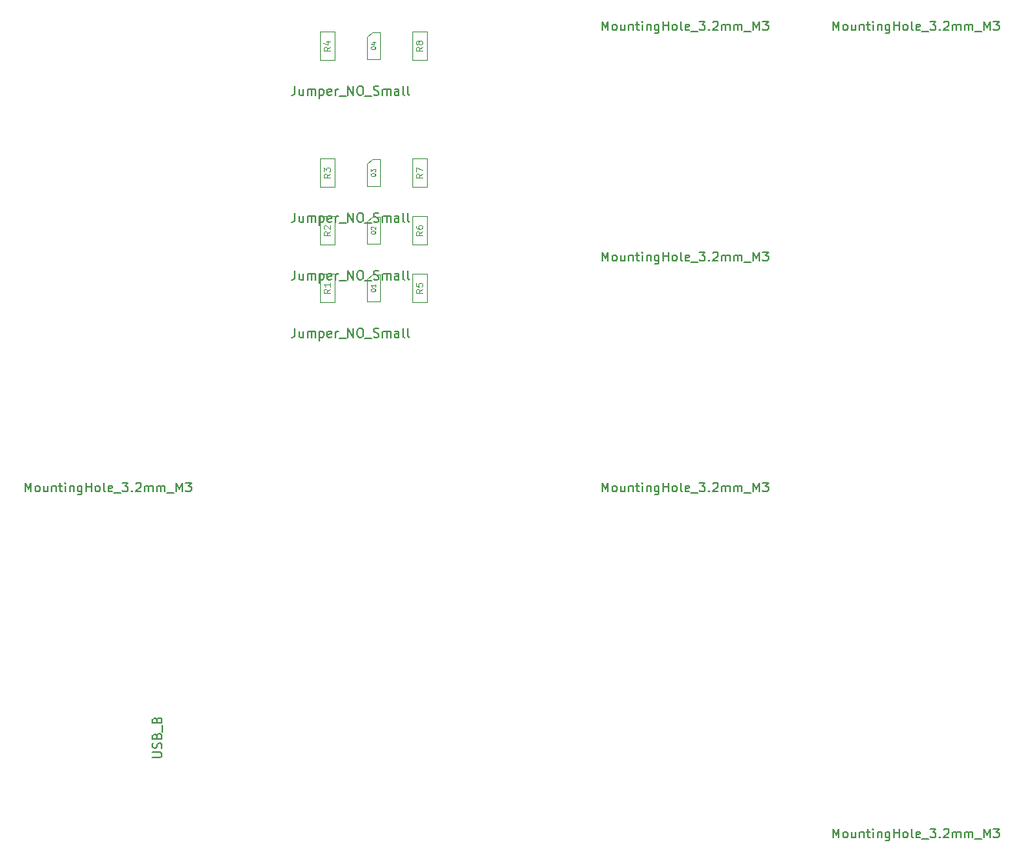
<source format=gbr>
G04 #@! TF.FileFunction,Other,Fab,Top*
%FSLAX46Y46*%
G04 Gerber Fmt 4.6, Leading zero omitted, Abs format (unit mm)*
G04 Created by KiCad (PCBNEW 4.0.4-stable) date 01/08/18 17:18:12*
%MOMM*%
%LPD*%
G01*
G04 APERTURE LIST*
%ADD10C,0.250000*%
%ADD11C,0.100000*%
%ADD12C,0.150000*%
%ADD13C,0.075000*%
%ADD14C,0.105000*%
G04 APERTURE END LIST*
D10*
D11*
X107250000Y-100650000D02*
X107250000Y-103100000D01*
X107800000Y-100080000D02*
X108650000Y-100080000D01*
X107250000Y-100650000D02*
X107800000Y-100080000D01*
X108650000Y-100080000D02*
X108650000Y-103120000D01*
X107250000Y-103120000D02*
X108650000Y-103120000D01*
X107250000Y-94300000D02*
X107250000Y-96750000D01*
X107800000Y-93730000D02*
X108650000Y-93730000D01*
X107250000Y-94300000D02*
X107800000Y-93730000D01*
X108650000Y-93730000D02*
X108650000Y-96770000D01*
X107250000Y-96770000D02*
X108650000Y-96770000D01*
X107250000Y-87950000D02*
X107250000Y-90400000D01*
X107800000Y-87380000D02*
X108650000Y-87380000D01*
X107250000Y-87950000D02*
X107800000Y-87380000D01*
X108650000Y-87380000D02*
X108650000Y-90420000D01*
X107250000Y-90420000D02*
X108650000Y-90420000D01*
X107250000Y-73980000D02*
X107250000Y-76430000D01*
X107800000Y-73410000D02*
X108650000Y-73410000D01*
X107250000Y-73980000D02*
X107800000Y-73410000D01*
X108650000Y-73410000D02*
X108650000Y-76450000D01*
X107250000Y-76450000D02*
X108650000Y-76450000D01*
X102070000Y-100000000D02*
X103670000Y-100000000D01*
X102070000Y-103200000D02*
X102070000Y-100000000D01*
X103670000Y-103200000D02*
X102070000Y-103200000D01*
X103670000Y-100000000D02*
X103670000Y-103200000D01*
X102070000Y-93650000D02*
X103670000Y-93650000D01*
X102070000Y-96850000D02*
X102070000Y-93650000D01*
X103670000Y-96850000D02*
X102070000Y-96850000D01*
X103670000Y-93650000D02*
X103670000Y-96850000D01*
X102070000Y-87300000D02*
X103670000Y-87300000D01*
X102070000Y-90500000D02*
X102070000Y-87300000D01*
X103670000Y-90500000D02*
X102070000Y-90500000D01*
X103670000Y-87300000D02*
X103670000Y-90500000D01*
X102070000Y-73330000D02*
X103670000Y-73330000D01*
X102070000Y-76530000D02*
X102070000Y-73330000D01*
X103670000Y-76530000D02*
X102070000Y-76530000D01*
X103670000Y-73330000D02*
X103670000Y-76530000D01*
X112230000Y-100000000D02*
X113830000Y-100000000D01*
X112230000Y-103200000D02*
X112230000Y-100000000D01*
X113830000Y-103200000D02*
X112230000Y-103200000D01*
X113830000Y-100000000D02*
X113830000Y-103200000D01*
X112230000Y-93650000D02*
X113830000Y-93650000D01*
X112230000Y-96850000D02*
X112230000Y-93650000D01*
X113830000Y-96850000D02*
X112230000Y-96850000D01*
X113830000Y-93650000D02*
X113830000Y-96850000D01*
X112230000Y-87300000D02*
X113830000Y-87300000D01*
X112230000Y-90500000D02*
X112230000Y-87300000D01*
X113830000Y-90500000D02*
X112230000Y-90500000D01*
X113830000Y-87300000D02*
X113830000Y-90500000D01*
X112230000Y-73330000D02*
X113830000Y-73330000D01*
X112230000Y-76530000D02*
X112230000Y-73330000D01*
X113830000Y-76530000D02*
X112230000Y-76530000D01*
X113830000Y-73330000D02*
X113830000Y-76530000D01*
D12*
X69620952Y-124032381D02*
X69620952Y-123032381D01*
X69954286Y-123746667D01*
X70287619Y-123032381D01*
X70287619Y-124032381D01*
X70906666Y-124032381D02*
X70811428Y-123984762D01*
X70763809Y-123937143D01*
X70716190Y-123841905D01*
X70716190Y-123556190D01*
X70763809Y-123460952D01*
X70811428Y-123413333D01*
X70906666Y-123365714D01*
X71049524Y-123365714D01*
X71144762Y-123413333D01*
X71192381Y-123460952D01*
X71240000Y-123556190D01*
X71240000Y-123841905D01*
X71192381Y-123937143D01*
X71144762Y-123984762D01*
X71049524Y-124032381D01*
X70906666Y-124032381D01*
X72097143Y-123365714D02*
X72097143Y-124032381D01*
X71668571Y-123365714D02*
X71668571Y-123889524D01*
X71716190Y-123984762D01*
X71811428Y-124032381D01*
X71954286Y-124032381D01*
X72049524Y-123984762D01*
X72097143Y-123937143D01*
X72573333Y-123365714D02*
X72573333Y-124032381D01*
X72573333Y-123460952D02*
X72620952Y-123413333D01*
X72716190Y-123365714D01*
X72859048Y-123365714D01*
X72954286Y-123413333D01*
X73001905Y-123508571D01*
X73001905Y-124032381D01*
X73335238Y-123365714D02*
X73716190Y-123365714D01*
X73478095Y-123032381D02*
X73478095Y-123889524D01*
X73525714Y-123984762D01*
X73620952Y-124032381D01*
X73716190Y-124032381D01*
X74049524Y-124032381D02*
X74049524Y-123365714D01*
X74049524Y-123032381D02*
X74001905Y-123080000D01*
X74049524Y-123127619D01*
X74097143Y-123080000D01*
X74049524Y-123032381D01*
X74049524Y-123127619D01*
X74525714Y-123365714D02*
X74525714Y-124032381D01*
X74525714Y-123460952D02*
X74573333Y-123413333D01*
X74668571Y-123365714D01*
X74811429Y-123365714D01*
X74906667Y-123413333D01*
X74954286Y-123508571D01*
X74954286Y-124032381D01*
X75859048Y-123365714D02*
X75859048Y-124175238D01*
X75811429Y-124270476D01*
X75763810Y-124318095D01*
X75668571Y-124365714D01*
X75525714Y-124365714D01*
X75430476Y-124318095D01*
X75859048Y-123984762D02*
X75763810Y-124032381D01*
X75573333Y-124032381D01*
X75478095Y-123984762D01*
X75430476Y-123937143D01*
X75382857Y-123841905D01*
X75382857Y-123556190D01*
X75430476Y-123460952D01*
X75478095Y-123413333D01*
X75573333Y-123365714D01*
X75763810Y-123365714D01*
X75859048Y-123413333D01*
X76335238Y-124032381D02*
X76335238Y-123032381D01*
X76335238Y-123508571D02*
X76906667Y-123508571D01*
X76906667Y-124032381D02*
X76906667Y-123032381D01*
X77525714Y-124032381D02*
X77430476Y-123984762D01*
X77382857Y-123937143D01*
X77335238Y-123841905D01*
X77335238Y-123556190D01*
X77382857Y-123460952D01*
X77430476Y-123413333D01*
X77525714Y-123365714D01*
X77668572Y-123365714D01*
X77763810Y-123413333D01*
X77811429Y-123460952D01*
X77859048Y-123556190D01*
X77859048Y-123841905D01*
X77811429Y-123937143D01*
X77763810Y-123984762D01*
X77668572Y-124032381D01*
X77525714Y-124032381D01*
X78430476Y-124032381D02*
X78335238Y-123984762D01*
X78287619Y-123889524D01*
X78287619Y-123032381D01*
X79192382Y-123984762D02*
X79097144Y-124032381D01*
X78906667Y-124032381D01*
X78811429Y-123984762D01*
X78763810Y-123889524D01*
X78763810Y-123508571D01*
X78811429Y-123413333D01*
X78906667Y-123365714D01*
X79097144Y-123365714D01*
X79192382Y-123413333D01*
X79240001Y-123508571D01*
X79240001Y-123603810D01*
X78763810Y-123699048D01*
X79430477Y-124127619D02*
X80192382Y-124127619D01*
X80335239Y-123032381D02*
X80954287Y-123032381D01*
X80620953Y-123413333D01*
X80763811Y-123413333D01*
X80859049Y-123460952D01*
X80906668Y-123508571D01*
X80954287Y-123603810D01*
X80954287Y-123841905D01*
X80906668Y-123937143D01*
X80859049Y-123984762D01*
X80763811Y-124032381D01*
X80478096Y-124032381D01*
X80382858Y-123984762D01*
X80335239Y-123937143D01*
X81382858Y-123937143D02*
X81430477Y-123984762D01*
X81382858Y-124032381D01*
X81335239Y-123984762D01*
X81382858Y-123937143D01*
X81382858Y-124032381D01*
X81811429Y-123127619D02*
X81859048Y-123080000D01*
X81954286Y-123032381D01*
X82192382Y-123032381D01*
X82287620Y-123080000D01*
X82335239Y-123127619D01*
X82382858Y-123222857D01*
X82382858Y-123318095D01*
X82335239Y-123460952D01*
X81763810Y-124032381D01*
X82382858Y-124032381D01*
X82811429Y-124032381D02*
X82811429Y-123365714D01*
X82811429Y-123460952D02*
X82859048Y-123413333D01*
X82954286Y-123365714D01*
X83097144Y-123365714D01*
X83192382Y-123413333D01*
X83240001Y-123508571D01*
X83240001Y-124032381D01*
X83240001Y-123508571D02*
X83287620Y-123413333D01*
X83382858Y-123365714D01*
X83525715Y-123365714D01*
X83620953Y-123413333D01*
X83668572Y-123508571D01*
X83668572Y-124032381D01*
X84144762Y-124032381D02*
X84144762Y-123365714D01*
X84144762Y-123460952D02*
X84192381Y-123413333D01*
X84287619Y-123365714D01*
X84430477Y-123365714D01*
X84525715Y-123413333D01*
X84573334Y-123508571D01*
X84573334Y-124032381D01*
X84573334Y-123508571D02*
X84620953Y-123413333D01*
X84716191Y-123365714D01*
X84859048Y-123365714D01*
X84954286Y-123413333D01*
X85001905Y-123508571D01*
X85001905Y-124032381D01*
X85240000Y-124127619D02*
X86001905Y-124127619D01*
X86240000Y-124032381D02*
X86240000Y-123032381D01*
X86573334Y-123746667D01*
X86906667Y-123032381D01*
X86906667Y-124032381D01*
X87287619Y-123032381D02*
X87906667Y-123032381D01*
X87573333Y-123413333D01*
X87716191Y-123413333D01*
X87811429Y-123460952D01*
X87859048Y-123508571D01*
X87906667Y-123603810D01*
X87906667Y-123841905D01*
X87859048Y-123937143D01*
X87811429Y-123984762D01*
X87716191Y-124032381D01*
X87430476Y-124032381D01*
X87335238Y-123984762D01*
X87287619Y-123937143D01*
X133120952Y-124032381D02*
X133120952Y-123032381D01*
X133454286Y-123746667D01*
X133787619Y-123032381D01*
X133787619Y-124032381D01*
X134406666Y-124032381D02*
X134311428Y-123984762D01*
X134263809Y-123937143D01*
X134216190Y-123841905D01*
X134216190Y-123556190D01*
X134263809Y-123460952D01*
X134311428Y-123413333D01*
X134406666Y-123365714D01*
X134549524Y-123365714D01*
X134644762Y-123413333D01*
X134692381Y-123460952D01*
X134740000Y-123556190D01*
X134740000Y-123841905D01*
X134692381Y-123937143D01*
X134644762Y-123984762D01*
X134549524Y-124032381D01*
X134406666Y-124032381D01*
X135597143Y-123365714D02*
X135597143Y-124032381D01*
X135168571Y-123365714D02*
X135168571Y-123889524D01*
X135216190Y-123984762D01*
X135311428Y-124032381D01*
X135454286Y-124032381D01*
X135549524Y-123984762D01*
X135597143Y-123937143D01*
X136073333Y-123365714D02*
X136073333Y-124032381D01*
X136073333Y-123460952D02*
X136120952Y-123413333D01*
X136216190Y-123365714D01*
X136359048Y-123365714D01*
X136454286Y-123413333D01*
X136501905Y-123508571D01*
X136501905Y-124032381D01*
X136835238Y-123365714D02*
X137216190Y-123365714D01*
X136978095Y-123032381D02*
X136978095Y-123889524D01*
X137025714Y-123984762D01*
X137120952Y-124032381D01*
X137216190Y-124032381D01*
X137549524Y-124032381D02*
X137549524Y-123365714D01*
X137549524Y-123032381D02*
X137501905Y-123080000D01*
X137549524Y-123127619D01*
X137597143Y-123080000D01*
X137549524Y-123032381D01*
X137549524Y-123127619D01*
X138025714Y-123365714D02*
X138025714Y-124032381D01*
X138025714Y-123460952D02*
X138073333Y-123413333D01*
X138168571Y-123365714D01*
X138311429Y-123365714D01*
X138406667Y-123413333D01*
X138454286Y-123508571D01*
X138454286Y-124032381D01*
X139359048Y-123365714D02*
X139359048Y-124175238D01*
X139311429Y-124270476D01*
X139263810Y-124318095D01*
X139168571Y-124365714D01*
X139025714Y-124365714D01*
X138930476Y-124318095D01*
X139359048Y-123984762D02*
X139263810Y-124032381D01*
X139073333Y-124032381D01*
X138978095Y-123984762D01*
X138930476Y-123937143D01*
X138882857Y-123841905D01*
X138882857Y-123556190D01*
X138930476Y-123460952D01*
X138978095Y-123413333D01*
X139073333Y-123365714D01*
X139263810Y-123365714D01*
X139359048Y-123413333D01*
X139835238Y-124032381D02*
X139835238Y-123032381D01*
X139835238Y-123508571D02*
X140406667Y-123508571D01*
X140406667Y-124032381D02*
X140406667Y-123032381D01*
X141025714Y-124032381D02*
X140930476Y-123984762D01*
X140882857Y-123937143D01*
X140835238Y-123841905D01*
X140835238Y-123556190D01*
X140882857Y-123460952D01*
X140930476Y-123413333D01*
X141025714Y-123365714D01*
X141168572Y-123365714D01*
X141263810Y-123413333D01*
X141311429Y-123460952D01*
X141359048Y-123556190D01*
X141359048Y-123841905D01*
X141311429Y-123937143D01*
X141263810Y-123984762D01*
X141168572Y-124032381D01*
X141025714Y-124032381D01*
X141930476Y-124032381D02*
X141835238Y-123984762D01*
X141787619Y-123889524D01*
X141787619Y-123032381D01*
X142692382Y-123984762D02*
X142597144Y-124032381D01*
X142406667Y-124032381D01*
X142311429Y-123984762D01*
X142263810Y-123889524D01*
X142263810Y-123508571D01*
X142311429Y-123413333D01*
X142406667Y-123365714D01*
X142597144Y-123365714D01*
X142692382Y-123413333D01*
X142740001Y-123508571D01*
X142740001Y-123603810D01*
X142263810Y-123699048D01*
X142930477Y-124127619D02*
X143692382Y-124127619D01*
X143835239Y-123032381D02*
X144454287Y-123032381D01*
X144120953Y-123413333D01*
X144263811Y-123413333D01*
X144359049Y-123460952D01*
X144406668Y-123508571D01*
X144454287Y-123603810D01*
X144454287Y-123841905D01*
X144406668Y-123937143D01*
X144359049Y-123984762D01*
X144263811Y-124032381D01*
X143978096Y-124032381D01*
X143882858Y-123984762D01*
X143835239Y-123937143D01*
X144882858Y-123937143D02*
X144930477Y-123984762D01*
X144882858Y-124032381D01*
X144835239Y-123984762D01*
X144882858Y-123937143D01*
X144882858Y-124032381D01*
X145311429Y-123127619D02*
X145359048Y-123080000D01*
X145454286Y-123032381D01*
X145692382Y-123032381D01*
X145787620Y-123080000D01*
X145835239Y-123127619D01*
X145882858Y-123222857D01*
X145882858Y-123318095D01*
X145835239Y-123460952D01*
X145263810Y-124032381D01*
X145882858Y-124032381D01*
X146311429Y-124032381D02*
X146311429Y-123365714D01*
X146311429Y-123460952D02*
X146359048Y-123413333D01*
X146454286Y-123365714D01*
X146597144Y-123365714D01*
X146692382Y-123413333D01*
X146740001Y-123508571D01*
X146740001Y-124032381D01*
X146740001Y-123508571D02*
X146787620Y-123413333D01*
X146882858Y-123365714D01*
X147025715Y-123365714D01*
X147120953Y-123413333D01*
X147168572Y-123508571D01*
X147168572Y-124032381D01*
X147644762Y-124032381D02*
X147644762Y-123365714D01*
X147644762Y-123460952D02*
X147692381Y-123413333D01*
X147787619Y-123365714D01*
X147930477Y-123365714D01*
X148025715Y-123413333D01*
X148073334Y-123508571D01*
X148073334Y-124032381D01*
X148073334Y-123508571D02*
X148120953Y-123413333D01*
X148216191Y-123365714D01*
X148359048Y-123365714D01*
X148454286Y-123413333D01*
X148501905Y-123508571D01*
X148501905Y-124032381D01*
X148740000Y-124127619D02*
X149501905Y-124127619D01*
X149740000Y-124032381D02*
X149740000Y-123032381D01*
X150073334Y-123746667D01*
X150406667Y-123032381D01*
X150406667Y-124032381D01*
X150787619Y-123032381D02*
X151406667Y-123032381D01*
X151073333Y-123413333D01*
X151216191Y-123413333D01*
X151311429Y-123460952D01*
X151359048Y-123508571D01*
X151406667Y-123603810D01*
X151406667Y-123841905D01*
X151359048Y-123937143D01*
X151311429Y-123984762D01*
X151216191Y-124032381D01*
X150930476Y-124032381D01*
X150835238Y-123984762D01*
X150787619Y-123937143D01*
X133120952Y-98632381D02*
X133120952Y-97632381D01*
X133454286Y-98346667D01*
X133787619Y-97632381D01*
X133787619Y-98632381D01*
X134406666Y-98632381D02*
X134311428Y-98584762D01*
X134263809Y-98537143D01*
X134216190Y-98441905D01*
X134216190Y-98156190D01*
X134263809Y-98060952D01*
X134311428Y-98013333D01*
X134406666Y-97965714D01*
X134549524Y-97965714D01*
X134644762Y-98013333D01*
X134692381Y-98060952D01*
X134740000Y-98156190D01*
X134740000Y-98441905D01*
X134692381Y-98537143D01*
X134644762Y-98584762D01*
X134549524Y-98632381D01*
X134406666Y-98632381D01*
X135597143Y-97965714D02*
X135597143Y-98632381D01*
X135168571Y-97965714D02*
X135168571Y-98489524D01*
X135216190Y-98584762D01*
X135311428Y-98632381D01*
X135454286Y-98632381D01*
X135549524Y-98584762D01*
X135597143Y-98537143D01*
X136073333Y-97965714D02*
X136073333Y-98632381D01*
X136073333Y-98060952D02*
X136120952Y-98013333D01*
X136216190Y-97965714D01*
X136359048Y-97965714D01*
X136454286Y-98013333D01*
X136501905Y-98108571D01*
X136501905Y-98632381D01*
X136835238Y-97965714D02*
X137216190Y-97965714D01*
X136978095Y-97632381D02*
X136978095Y-98489524D01*
X137025714Y-98584762D01*
X137120952Y-98632381D01*
X137216190Y-98632381D01*
X137549524Y-98632381D02*
X137549524Y-97965714D01*
X137549524Y-97632381D02*
X137501905Y-97680000D01*
X137549524Y-97727619D01*
X137597143Y-97680000D01*
X137549524Y-97632381D01*
X137549524Y-97727619D01*
X138025714Y-97965714D02*
X138025714Y-98632381D01*
X138025714Y-98060952D02*
X138073333Y-98013333D01*
X138168571Y-97965714D01*
X138311429Y-97965714D01*
X138406667Y-98013333D01*
X138454286Y-98108571D01*
X138454286Y-98632381D01*
X139359048Y-97965714D02*
X139359048Y-98775238D01*
X139311429Y-98870476D01*
X139263810Y-98918095D01*
X139168571Y-98965714D01*
X139025714Y-98965714D01*
X138930476Y-98918095D01*
X139359048Y-98584762D02*
X139263810Y-98632381D01*
X139073333Y-98632381D01*
X138978095Y-98584762D01*
X138930476Y-98537143D01*
X138882857Y-98441905D01*
X138882857Y-98156190D01*
X138930476Y-98060952D01*
X138978095Y-98013333D01*
X139073333Y-97965714D01*
X139263810Y-97965714D01*
X139359048Y-98013333D01*
X139835238Y-98632381D02*
X139835238Y-97632381D01*
X139835238Y-98108571D02*
X140406667Y-98108571D01*
X140406667Y-98632381D02*
X140406667Y-97632381D01*
X141025714Y-98632381D02*
X140930476Y-98584762D01*
X140882857Y-98537143D01*
X140835238Y-98441905D01*
X140835238Y-98156190D01*
X140882857Y-98060952D01*
X140930476Y-98013333D01*
X141025714Y-97965714D01*
X141168572Y-97965714D01*
X141263810Y-98013333D01*
X141311429Y-98060952D01*
X141359048Y-98156190D01*
X141359048Y-98441905D01*
X141311429Y-98537143D01*
X141263810Y-98584762D01*
X141168572Y-98632381D01*
X141025714Y-98632381D01*
X141930476Y-98632381D02*
X141835238Y-98584762D01*
X141787619Y-98489524D01*
X141787619Y-97632381D01*
X142692382Y-98584762D02*
X142597144Y-98632381D01*
X142406667Y-98632381D01*
X142311429Y-98584762D01*
X142263810Y-98489524D01*
X142263810Y-98108571D01*
X142311429Y-98013333D01*
X142406667Y-97965714D01*
X142597144Y-97965714D01*
X142692382Y-98013333D01*
X142740001Y-98108571D01*
X142740001Y-98203810D01*
X142263810Y-98299048D01*
X142930477Y-98727619D02*
X143692382Y-98727619D01*
X143835239Y-97632381D02*
X144454287Y-97632381D01*
X144120953Y-98013333D01*
X144263811Y-98013333D01*
X144359049Y-98060952D01*
X144406668Y-98108571D01*
X144454287Y-98203810D01*
X144454287Y-98441905D01*
X144406668Y-98537143D01*
X144359049Y-98584762D01*
X144263811Y-98632381D01*
X143978096Y-98632381D01*
X143882858Y-98584762D01*
X143835239Y-98537143D01*
X144882858Y-98537143D02*
X144930477Y-98584762D01*
X144882858Y-98632381D01*
X144835239Y-98584762D01*
X144882858Y-98537143D01*
X144882858Y-98632381D01*
X145311429Y-97727619D02*
X145359048Y-97680000D01*
X145454286Y-97632381D01*
X145692382Y-97632381D01*
X145787620Y-97680000D01*
X145835239Y-97727619D01*
X145882858Y-97822857D01*
X145882858Y-97918095D01*
X145835239Y-98060952D01*
X145263810Y-98632381D01*
X145882858Y-98632381D01*
X146311429Y-98632381D02*
X146311429Y-97965714D01*
X146311429Y-98060952D02*
X146359048Y-98013333D01*
X146454286Y-97965714D01*
X146597144Y-97965714D01*
X146692382Y-98013333D01*
X146740001Y-98108571D01*
X146740001Y-98632381D01*
X146740001Y-98108571D02*
X146787620Y-98013333D01*
X146882858Y-97965714D01*
X147025715Y-97965714D01*
X147120953Y-98013333D01*
X147168572Y-98108571D01*
X147168572Y-98632381D01*
X147644762Y-98632381D02*
X147644762Y-97965714D01*
X147644762Y-98060952D02*
X147692381Y-98013333D01*
X147787619Y-97965714D01*
X147930477Y-97965714D01*
X148025715Y-98013333D01*
X148073334Y-98108571D01*
X148073334Y-98632381D01*
X148073334Y-98108571D02*
X148120953Y-98013333D01*
X148216191Y-97965714D01*
X148359048Y-97965714D01*
X148454286Y-98013333D01*
X148501905Y-98108571D01*
X148501905Y-98632381D01*
X148740000Y-98727619D02*
X149501905Y-98727619D01*
X149740000Y-98632381D02*
X149740000Y-97632381D01*
X150073334Y-98346667D01*
X150406667Y-97632381D01*
X150406667Y-98632381D01*
X150787619Y-97632381D02*
X151406667Y-97632381D01*
X151073333Y-98013333D01*
X151216191Y-98013333D01*
X151311429Y-98060952D01*
X151359048Y-98108571D01*
X151406667Y-98203810D01*
X151406667Y-98441905D01*
X151359048Y-98537143D01*
X151311429Y-98584762D01*
X151216191Y-98632381D01*
X150930476Y-98632381D01*
X150835238Y-98584762D01*
X150787619Y-98537143D01*
X133120952Y-73232381D02*
X133120952Y-72232381D01*
X133454286Y-72946667D01*
X133787619Y-72232381D01*
X133787619Y-73232381D01*
X134406666Y-73232381D02*
X134311428Y-73184762D01*
X134263809Y-73137143D01*
X134216190Y-73041905D01*
X134216190Y-72756190D01*
X134263809Y-72660952D01*
X134311428Y-72613333D01*
X134406666Y-72565714D01*
X134549524Y-72565714D01*
X134644762Y-72613333D01*
X134692381Y-72660952D01*
X134740000Y-72756190D01*
X134740000Y-73041905D01*
X134692381Y-73137143D01*
X134644762Y-73184762D01*
X134549524Y-73232381D01*
X134406666Y-73232381D01*
X135597143Y-72565714D02*
X135597143Y-73232381D01*
X135168571Y-72565714D02*
X135168571Y-73089524D01*
X135216190Y-73184762D01*
X135311428Y-73232381D01*
X135454286Y-73232381D01*
X135549524Y-73184762D01*
X135597143Y-73137143D01*
X136073333Y-72565714D02*
X136073333Y-73232381D01*
X136073333Y-72660952D02*
X136120952Y-72613333D01*
X136216190Y-72565714D01*
X136359048Y-72565714D01*
X136454286Y-72613333D01*
X136501905Y-72708571D01*
X136501905Y-73232381D01*
X136835238Y-72565714D02*
X137216190Y-72565714D01*
X136978095Y-72232381D02*
X136978095Y-73089524D01*
X137025714Y-73184762D01*
X137120952Y-73232381D01*
X137216190Y-73232381D01*
X137549524Y-73232381D02*
X137549524Y-72565714D01*
X137549524Y-72232381D02*
X137501905Y-72280000D01*
X137549524Y-72327619D01*
X137597143Y-72280000D01*
X137549524Y-72232381D01*
X137549524Y-72327619D01*
X138025714Y-72565714D02*
X138025714Y-73232381D01*
X138025714Y-72660952D02*
X138073333Y-72613333D01*
X138168571Y-72565714D01*
X138311429Y-72565714D01*
X138406667Y-72613333D01*
X138454286Y-72708571D01*
X138454286Y-73232381D01*
X139359048Y-72565714D02*
X139359048Y-73375238D01*
X139311429Y-73470476D01*
X139263810Y-73518095D01*
X139168571Y-73565714D01*
X139025714Y-73565714D01*
X138930476Y-73518095D01*
X139359048Y-73184762D02*
X139263810Y-73232381D01*
X139073333Y-73232381D01*
X138978095Y-73184762D01*
X138930476Y-73137143D01*
X138882857Y-73041905D01*
X138882857Y-72756190D01*
X138930476Y-72660952D01*
X138978095Y-72613333D01*
X139073333Y-72565714D01*
X139263810Y-72565714D01*
X139359048Y-72613333D01*
X139835238Y-73232381D02*
X139835238Y-72232381D01*
X139835238Y-72708571D02*
X140406667Y-72708571D01*
X140406667Y-73232381D02*
X140406667Y-72232381D01*
X141025714Y-73232381D02*
X140930476Y-73184762D01*
X140882857Y-73137143D01*
X140835238Y-73041905D01*
X140835238Y-72756190D01*
X140882857Y-72660952D01*
X140930476Y-72613333D01*
X141025714Y-72565714D01*
X141168572Y-72565714D01*
X141263810Y-72613333D01*
X141311429Y-72660952D01*
X141359048Y-72756190D01*
X141359048Y-73041905D01*
X141311429Y-73137143D01*
X141263810Y-73184762D01*
X141168572Y-73232381D01*
X141025714Y-73232381D01*
X141930476Y-73232381D02*
X141835238Y-73184762D01*
X141787619Y-73089524D01*
X141787619Y-72232381D01*
X142692382Y-73184762D02*
X142597144Y-73232381D01*
X142406667Y-73232381D01*
X142311429Y-73184762D01*
X142263810Y-73089524D01*
X142263810Y-72708571D01*
X142311429Y-72613333D01*
X142406667Y-72565714D01*
X142597144Y-72565714D01*
X142692382Y-72613333D01*
X142740001Y-72708571D01*
X142740001Y-72803810D01*
X142263810Y-72899048D01*
X142930477Y-73327619D02*
X143692382Y-73327619D01*
X143835239Y-72232381D02*
X144454287Y-72232381D01*
X144120953Y-72613333D01*
X144263811Y-72613333D01*
X144359049Y-72660952D01*
X144406668Y-72708571D01*
X144454287Y-72803810D01*
X144454287Y-73041905D01*
X144406668Y-73137143D01*
X144359049Y-73184762D01*
X144263811Y-73232381D01*
X143978096Y-73232381D01*
X143882858Y-73184762D01*
X143835239Y-73137143D01*
X144882858Y-73137143D02*
X144930477Y-73184762D01*
X144882858Y-73232381D01*
X144835239Y-73184762D01*
X144882858Y-73137143D01*
X144882858Y-73232381D01*
X145311429Y-72327619D02*
X145359048Y-72280000D01*
X145454286Y-72232381D01*
X145692382Y-72232381D01*
X145787620Y-72280000D01*
X145835239Y-72327619D01*
X145882858Y-72422857D01*
X145882858Y-72518095D01*
X145835239Y-72660952D01*
X145263810Y-73232381D01*
X145882858Y-73232381D01*
X146311429Y-73232381D02*
X146311429Y-72565714D01*
X146311429Y-72660952D02*
X146359048Y-72613333D01*
X146454286Y-72565714D01*
X146597144Y-72565714D01*
X146692382Y-72613333D01*
X146740001Y-72708571D01*
X146740001Y-73232381D01*
X146740001Y-72708571D02*
X146787620Y-72613333D01*
X146882858Y-72565714D01*
X147025715Y-72565714D01*
X147120953Y-72613333D01*
X147168572Y-72708571D01*
X147168572Y-73232381D01*
X147644762Y-73232381D02*
X147644762Y-72565714D01*
X147644762Y-72660952D02*
X147692381Y-72613333D01*
X147787619Y-72565714D01*
X147930477Y-72565714D01*
X148025715Y-72613333D01*
X148073334Y-72708571D01*
X148073334Y-73232381D01*
X148073334Y-72708571D02*
X148120953Y-72613333D01*
X148216191Y-72565714D01*
X148359048Y-72565714D01*
X148454286Y-72613333D01*
X148501905Y-72708571D01*
X148501905Y-73232381D01*
X148740000Y-73327619D02*
X149501905Y-73327619D01*
X149740000Y-73232381D02*
X149740000Y-72232381D01*
X150073334Y-72946667D01*
X150406667Y-72232381D01*
X150406667Y-73232381D01*
X150787619Y-72232381D02*
X151406667Y-72232381D01*
X151073333Y-72613333D01*
X151216191Y-72613333D01*
X151311429Y-72660952D01*
X151359048Y-72708571D01*
X151406667Y-72803810D01*
X151406667Y-73041905D01*
X151359048Y-73137143D01*
X151311429Y-73184762D01*
X151216191Y-73232381D01*
X150930476Y-73232381D01*
X150835238Y-73184762D01*
X150787619Y-73137143D01*
X158520952Y-162132381D02*
X158520952Y-161132381D01*
X158854286Y-161846667D01*
X159187619Y-161132381D01*
X159187619Y-162132381D01*
X159806666Y-162132381D02*
X159711428Y-162084762D01*
X159663809Y-162037143D01*
X159616190Y-161941905D01*
X159616190Y-161656190D01*
X159663809Y-161560952D01*
X159711428Y-161513333D01*
X159806666Y-161465714D01*
X159949524Y-161465714D01*
X160044762Y-161513333D01*
X160092381Y-161560952D01*
X160140000Y-161656190D01*
X160140000Y-161941905D01*
X160092381Y-162037143D01*
X160044762Y-162084762D01*
X159949524Y-162132381D01*
X159806666Y-162132381D01*
X160997143Y-161465714D02*
X160997143Y-162132381D01*
X160568571Y-161465714D02*
X160568571Y-161989524D01*
X160616190Y-162084762D01*
X160711428Y-162132381D01*
X160854286Y-162132381D01*
X160949524Y-162084762D01*
X160997143Y-162037143D01*
X161473333Y-161465714D02*
X161473333Y-162132381D01*
X161473333Y-161560952D02*
X161520952Y-161513333D01*
X161616190Y-161465714D01*
X161759048Y-161465714D01*
X161854286Y-161513333D01*
X161901905Y-161608571D01*
X161901905Y-162132381D01*
X162235238Y-161465714D02*
X162616190Y-161465714D01*
X162378095Y-161132381D02*
X162378095Y-161989524D01*
X162425714Y-162084762D01*
X162520952Y-162132381D01*
X162616190Y-162132381D01*
X162949524Y-162132381D02*
X162949524Y-161465714D01*
X162949524Y-161132381D02*
X162901905Y-161180000D01*
X162949524Y-161227619D01*
X162997143Y-161180000D01*
X162949524Y-161132381D01*
X162949524Y-161227619D01*
X163425714Y-161465714D02*
X163425714Y-162132381D01*
X163425714Y-161560952D02*
X163473333Y-161513333D01*
X163568571Y-161465714D01*
X163711429Y-161465714D01*
X163806667Y-161513333D01*
X163854286Y-161608571D01*
X163854286Y-162132381D01*
X164759048Y-161465714D02*
X164759048Y-162275238D01*
X164711429Y-162370476D01*
X164663810Y-162418095D01*
X164568571Y-162465714D01*
X164425714Y-162465714D01*
X164330476Y-162418095D01*
X164759048Y-162084762D02*
X164663810Y-162132381D01*
X164473333Y-162132381D01*
X164378095Y-162084762D01*
X164330476Y-162037143D01*
X164282857Y-161941905D01*
X164282857Y-161656190D01*
X164330476Y-161560952D01*
X164378095Y-161513333D01*
X164473333Y-161465714D01*
X164663810Y-161465714D01*
X164759048Y-161513333D01*
X165235238Y-162132381D02*
X165235238Y-161132381D01*
X165235238Y-161608571D02*
X165806667Y-161608571D01*
X165806667Y-162132381D02*
X165806667Y-161132381D01*
X166425714Y-162132381D02*
X166330476Y-162084762D01*
X166282857Y-162037143D01*
X166235238Y-161941905D01*
X166235238Y-161656190D01*
X166282857Y-161560952D01*
X166330476Y-161513333D01*
X166425714Y-161465714D01*
X166568572Y-161465714D01*
X166663810Y-161513333D01*
X166711429Y-161560952D01*
X166759048Y-161656190D01*
X166759048Y-161941905D01*
X166711429Y-162037143D01*
X166663810Y-162084762D01*
X166568572Y-162132381D01*
X166425714Y-162132381D01*
X167330476Y-162132381D02*
X167235238Y-162084762D01*
X167187619Y-161989524D01*
X167187619Y-161132381D01*
X168092382Y-162084762D02*
X167997144Y-162132381D01*
X167806667Y-162132381D01*
X167711429Y-162084762D01*
X167663810Y-161989524D01*
X167663810Y-161608571D01*
X167711429Y-161513333D01*
X167806667Y-161465714D01*
X167997144Y-161465714D01*
X168092382Y-161513333D01*
X168140001Y-161608571D01*
X168140001Y-161703810D01*
X167663810Y-161799048D01*
X168330477Y-162227619D02*
X169092382Y-162227619D01*
X169235239Y-161132381D02*
X169854287Y-161132381D01*
X169520953Y-161513333D01*
X169663811Y-161513333D01*
X169759049Y-161560952D01*
X169806668Y-161608571D01*
X169854287Y-161703810D01*
X169854287Y-161941905D01*
X169806668Y-162037143D01*
X169759049Y-162084762D01*
X169663811Y-162132381D01*
X169378096Y-162132381D01*
X169282858Y-162084762D01*
X169235239Y-162037143D01*
X170282858Y-162037143D02*
X170330477Y-162084762D01*
X170282858Y-162132381D01*
X170235239Y-162084762D01*
X170282858Y-162037143D01*
X170282858Y-162132381D01*
X170711429Y-161227619D02*
X170759048Y-161180000D01*
X170854286Y-161132381D01*
X171092382Y-161132381D01*
X171187620Y-161180000D01*
X171235239Y-161227619D01*
X171282858Y-161322857D01*
X171282858Y-161418095D01*
X171235239Y-161560952D01*
X170663810Y-162132381D01*
X171282858Y-162132381D01*
X171711429Y-162132381D02*
X171711429Y-161465714D01*
X171711429Y-161560952D02*
X171759048Y-161513333D01*
X171854286Y-161465714D01*
X171997144Y-161465714D01*
X172092382Y-161513333D01*
X172140001Y-161608571D01*
X172140001Y-162132381D01*
X172140001Y-161608571D02*
X172187620Y-161513333D01*
X172282858Y-161465714D01*
X172425715Y-161465714D01*
X172520953Y-161513333D01*
X172568572Y-161608571D01*
X172568572Y-162132381D01*
X173044762Y-162132381D02*
X173044762Y-161465714D01*
X173044762Y-161560952D02*
X173092381Y-161513333D01*
X173187619Y-161465714D01*
X173330477Y-161465714D01*
X173425715Y-161513333D01*
X173473334Y-161608571D01*
X173473334Y-162132381D01*
X173473334Y-161608571D02*
X173520953Y-161513333D01*
X173616191Y-161465714D01*
X173759048Y-161465714D01*
X173854286Y-161513333D01*
X173901905Y-161608571D01*
X173901905Y-162132381D01*
X174140000Y-162227619D02*
X174901905Y-162227619D01*
X175140000Y-162132381D02*
X175140000Y-161132381D01*
X175473334Y-161846667D01*
X175806667Y-161132381D01*
X175806667Y-162132381D01*
X176187619Y-161132381D02*
X176806667Y-161132381D01*
X176473333Y-161513333D01*
X176616191Y-161513333D01*
X176711429Y-161560952D01*
X176759048Y-161608571D01*
X176806667Y-161703810D01*
X176806667Y-161941905D01*
X176759048Y-162037143D01*
X176711429Y-162084762D01*
X176616191Y-162132381D01*
X176330476Y-162132381D01*
X176235238Y-162084762D01*
X176187619Y-162037143D01*
D13*
X108223810Y-101647619D02*
X108200000Y-101695238D01*
X108152381Y-101742857D01*
X108080952Y-101814286D01*
X108057143Y-101861905D01*
X108057143Y-101909524D01*
X108176190Y-101885714D02*
X108152381Y-101933333D01*
X108104762Y-101980952D01*
X108009524Y-102004762D01*
X107842857Y-102004762D01*
X107747619Y-101980952D01*
X107700000Y-101933333D01*
X107676190Y-101885714D01*
X107676190Y-101790476D01*
X107700000Y-101742857D01*
X107747619Y-101695238D01*
X107842857Y-101671429D01*
X108009524Y-101671429D01*
X108104762Y-101695238D01*
X108152381Y-101742857D01*
X108176190Y-101790476D01*
X108176190Y-101885714D01*
X108176190Y-101195238D02*
X108176190Y-101480952D01*
X108176190Y-101338095D02*
X107676190Y-101338095D01*
X107747619Y-101385714D01*
X107795238Y-101433333D01*
X107819048Y-101480952D01*
X108223810Y-95297619D02*
X108200000Y-95345238D01*
X108152381Y-95392857D01*
X108080952Y-95464286D01*
X108057143Y-95511905D01*
X108057143Y-95559524D01*
X108176190Y-95535714D02*
X108152381Y-95583333D01*
X108104762Y-95630952D01*
X108009524Y-95654762D01*
X107842857Y-95654762D01*
X107747619Y-95630952D01*
X107700000Y-95583333D01*
X107676190Y-95535714D01*
X107676190Y-95440476D01*
X107700000Y-95392857D01*
X107747619Y-95345238D01*
X107842857Y-95321429D01*
X108009524Y-95321429D01*
X108104762Y-95345238D01*
X108152381Y-95392857D01*
X108176190Y-95440476D01*
X108176190Y-95535714D01*
X107723810Y-95130952D02*
X107700000Y-95107142D01*
X107676190Y-95059523D01*
X107676190Y-94940476D01*
X107700000Y-94892857D01*
X107723810Y-94869047D01*
X107771429Y-94845238D01*
X107819048Y-94845238D01*
X107890476Y-94869047D01*
X108176190Y-95154761D01*
X108176190Y-94845238D01*
X108223810Y-88947619D02*
X108200000Y-88995238D01*
X108152381Y-89042857D01*
X108080952Y-89114286D01*
X108057143Y-89161905D01*
X108057143Y-89209524D01*
X108176190Y-89185714D02*
X108152381Y-89233333D01*
X108104762Y-89280952D01*
X108009524Y-89304762D01*
X107842857Y-89304762D01*
X107747619Y-89280952D01*
X107700000Y-89233333D01*
X107676190Y-89185714D01*
X107676190Y-89090476D01*
X107700000Y-89042857D01*
X107747619Y-88995238D01*
X107842857Y-88971429D01*
X108009524Y-88971429D01*
X108104762Y-88995238D01*
X108152381Y-89042857D01*
X108176190Y-89090476D01*
X108176190Y-89185714D01*
X107676190Y-88804761D02*
X107676190Y-88495238D01*
X107866667Y-88661904D01*
X107866667Y-88590476D01*
X107890476Y-88542857D01*
X107914286Y-88519047D01*
X107961905Y-88495238D01*
X108080952Y-88495238D01*
X108128571Y-88519047D01*
X108152381Y-88542857D01*
X108176190Y-88590476D01*
X108176190Y-88733333D01*
X108152381Y-88780952D01*
X108128571Y-88804761D01*
X108223810Y-74977619D02*
X108200000Y-75025238D01*
X108152381Y-75072857D01*
X108080952Y-75144286D01*
X108057143Y-75191905D01*
X108057143Y-75239524D01*
X108176190Y-75215714D02*
X108152381Y-75263333D01*
X108104762Y-75310952D01*
X108009524Y-75334762D01*
X107842857Y-75334762D01*
X107747619Y-75310952D01*
X107700000Y-75263333D01*
X107676190Y-75215714D01*
X107676190Y-75120476D01*
X107700000Y-75072857D01*
X107747619Y-75025238D01*
X107842857Y-75001429D01*
X108009524Y-75001429D01*
X108104762Y-75025238D01*
X108152381Y-75072857D01*
X108176190Y-75120476D01*
X108176190Y-75215714D01*
X107842857Y-74572857D02*
X108176190Y-74572857D01*
X107652381Y-74691904D02*
X108009524Y-74810952D01*
X108009524Y-74501428D01*
D14*
X103186667Y-101716666D02*
X102853333Y-101950000D01*
X103186667Y-102116666D02*
X102486667Y-102116666D01*
X102486667Y-101850000D01*
X102520000Y-101783333D01*
X102553333Y-101750000D01*
X102620000Y-101716666D01*
X102720000Y-101716666D01*
X102786667Y-101750000D01*
X102820000Y-101783333D01*
X102853333Y-101850000D01*
X102853333Y-102116666D01*
X103186667Y-101050000D02*
X103186667Y-101450000D01*
X103186667Y-101250000D02*
X102486667Y-101250000D01*
X102586667Y-101316666D01*
X102653333Y-101383333D01*
X102686667Y-101450000D01*
X103186667Y-95366666D02*
X102853333Y-95600000D01*
X103186667Y-95766666D02*
X102486667Y-95766666D01*
X102486667Y-95500000D01*
X102520000Y-95433333D01*
X102553333Y-95400000D01*
X102620000Y-95366666D01*
X102720000Y-95366666D01*
X102786667Y-95400000D01*
X102820000Y-95433333D01*
X102853333Y-95500000D01*
X102853333Y-95766666D01*
X102553333Y-95100000D02*
X102520000Y-95066666D01*
X102486667Y-95000000D01*
X102486667Y-94833333D01*
X102520000Y-94766666D01*
X102553333Y-94733333D01*
X102620000Y-94700000D01*
X102686667Y-94700000D01*
X102786667Y-94733333D01*
X103186667Y-95133333D01*
X103186667Y-94700000D01*
X103186667Y-89016666D02*
X102853333Y-89250000D01*
X103186667Y-89416666D02*
X102486667Y-89416666D01*
X102486667Y-89150000D01*
X102520000Y-89083333D01*
X102553333Y-89050000D01*
X102620000Y-89016666D01*
X102720000Y-89016666D01*
X102786667Y-89050000D01*
X102820000Y-89083333D01*
X102853333Y-89150000D01*
X102853333Y-89416666D01*
X102486667Y-88783333D02*
X102486667Y-88350000D01*
X102753333Y-88583333D01*
X102753333Y-88483333D01*
X102786667Y-88416666D01*
X102820000Y-88383333D01*
X102886667Y-88350000D01*
X103053333Y-88350000D01*
X103120000Y-88383333D01*
X103153333Y-88416666D01*
X103186667Y-88483333D01*
X103186667Y-88683333D01*
X103153333Y-88750000D01*
X103120000Y-88783333D01*
X103186667Y-75046666D02*
X102853333Y-75280000D01*
X103186667Y-75446666D02*
X102486667Y-75446666D01*
X102486667Y-75180000D01*
X102520000Y-75113333D01*
X102553333Y-75080000D01*
X102620000Y-75046666D01*
X102720000Y-75046666D01*
X102786667Y-75080000D01*
X102820000Y-75113333D01*
X102853333Y-75180000D01*
X102853333Y-75446666D01*
X102720000Y-74446666D02*
X103186667Y-74446666D01*
X102453333Y-74613333D02*
X102953333Y-74780000D01*
X102953333Y-74346666D01*
X113346667Y-101716666D02*
X113013333Y-101950000D01*
X113346667Y-102116666D02*
X112646667Y-102116666D01*
X112646667Y-101850000D01*
X112680000Y-101783333D01*
X112713333Y-101750000D01*
X112780000Y-101716666D01*
X112880000Y-101716666D01*
X112946667Y-101750000D01*
X112980000Y-101783333D01*
X113013333Y-101850000D01*
X113013333Y-102116666D01*
X112646667Y-101083333D02*
X112646667Y-101416666D01*
X112980000Y-101450000D01*
X112946667Y-101416666D01*
X112913333Y-101350000D01*
X112913333Y-101183333D01*
X112946667Y-101116666D01*
X112980000Y-101083333D01*
X113046667Y-101050000D01*
X113213333Y-101050000D01*
X113280000Y-101083333D01*
X113313333Y-101116666D01*
X113346667Y-101183333D01*
X113346667Y-101350000D01*
X113313333Y-101416666D01*
X113280000Y-101450000D01*
X113346667Y-95366666D02*
X113013333Y-95600000D01*
X113346667Y-95766666D02*
X112646667Y-95766666D01*
X112646667Y-95500000D01*
X112680000Y-95433333D01*
X112713333Y-95400000D01*
X112780000Y-95366666D01*
X112880000Y-95366666D01*
X112946667Y-95400000D01*
X112980000Y-95433333D01*
X113013333Y-95500000D01*
X113013333Y-95766666D01*
X112646667Y-94766666D02*
X112646667Y-94900000D01*
X112680000Y-94966666D01*
X112713333Y-95000000D01*
X112813333Y-95066666D01*
X112946667Y-95100000D01*
X113213333Y-95100000D01*
X113280000Y-95066666D01*
X113313333Y-95033333D01*
X113346667Y-94966666D01*
X113346667Y-94833333D01*
X113313333Y-94766666D01*
X113280000Y-94733333D01*
X113213333Y-94700000D01*
X113046667Y-94700000D01*
X112980000Y-94733333D01*
X112946667Y-94766666D01*
X112913333Y-94833333D01*
X112913333Y-94966666D01*
X112946667Y-95033333D01*
X112980000Y-95066666D01*
X113046667Y-95100000D01*
X113346667Y-89016666D02*
X113013333Y-89250000D01*
X113346667Y-89416666D02*
X112646667Y-89416666D01*
X112646667Y-89150000D01*
X112680000Y-89083333D01*
X112713333Y-89050000D01*
X112780000Y-89016666D01*
X112880000Y-89016666D01*
X112946667Y-89050000D01*
X112980000Y-89083333D01*
X113013333Y-89150000D01*
X113013333Y-89416666D01*
X112646667Y-88783333D02*
X112646667Y-88316666D01*
X113346667Y-88616666D01*
X113346667Y-75046666D02*
X113013333Y-75280000D01*
X113346667Y-75446666D02*
X112646667Y-75446666D01*
X112646667Y-75180000D01*
X112680000Y-75113333D01*
X112713333Y-75080000D01*
X112780000Y-75046666D01*
X112880000Y-75046666D01*
X112946667Y-75080000D01*
X112980000Y-75113333D01*
X113013333Y-75180000D01*
X113013333Y-75446666D01*
X112946667Y-74646666D02*
X112913333Y-74713333D01*
X112880000Y-74746666D01*
X112813333Y-74780000D01*
X112780000Y-74780000D01*
X112713333Y-74746666D01*
X112680000Y-74713333D01*
X112646667Y-74646666D01*
X112646667Y-74513333D01*
X112680000Y-74446666D01*
X112713333Y-74413333D01*
X112780000Y-74380000D01*
X112813333Y-74380000D01*
X112880000Y-74413333D01*
X112913333Y-74446666D01*
X112946667Y-74513333D01*
X112946667Y-74646666D01*
X112980000Y-74713333D01*
X113013333Y-74746666D01*
X113080000Y-74780000D01*
X113213333Y-74780000D01*
X113280000Y-74746666D01*
X113313333Y-74713333D01*
X113346667Y-74646666D01*
X113346667Y-74513333D01*
X113313333Y-74446666D01*
X113280000Y-74413333D01*
X113213333Y-74380000D01*
X113080000Y-74380000D01*
X113013333Y-74413333D01*
X112980000Y-74446666D01*
X112946667Y-74513333D01*
D12*
X99314762Y-99677381D02*
X99314762Y-100391667D01*
X99267142Y-100534524D01*
X99171904Y-100629762D01*
X99029047Y-100677381D01*
X98933809Y-100677381D01*
X100219524Y-100010714D02*
X100219524Y-100677381D01*
X99790952Y-100010714D02*
X99790952Y-100534524D01*
X99838571Y-100629762D01*
X99933809Y-100677381D01*
X100076667Y-100677381D01*
X100171905Y-100629762D01*
X100219524Y-100582143D01*
X100695714Y-100677381D02*
X100695714Y-100010714D01*
X100695714Y-100105952D02*
X100743333Y-100058333D01*
X100838571Y-100010714D01*
X100981429Y-100010714D01*
X101076667Y-100058333D01*
X101124286Y-100153571D01*
X101124286Y-100677381D01*
X101124286Y-100153571D02*
X101171905Y-100058333D01*
X101267143Y-100010714D01*
X101410000Y-100010714D01*
X101505238Y-100058333D01*
X101552857Y-100153571D01*
X101552857Y-100677381D01*
X102029047Y-100010714D02*
X102029047Y-101010714D01*
X102029047Y-100058333D02*
X102124285Y-100010714D01*
X102314762Y-100010714D01*
X102410000Y-100058333D01*
X102457619Y-100105952D01*
X102505238Y-100201190D01*
X102505238Y-100486905D01*
X102457619Y-100582143D01*
X102410000Y-100629762D01*
X102314762Y-100677381D01*
X102124285Y-100677381D01*
X102029047Y-100629762D01*
X103314762Y-100629762D02*
X103219524Y-100677381D01*
X103029047Y-100677381D01*
X102933809Y-100629762D01*
X102886190Y-100534524D01*
X102886190Y-100153571D01*
X102933809Y-100058333D01*
X103029047Y-100010714D01*
X103219524Y-100010714D01*
X103314762Y-100058333D01*
X103362381Y-100153571D01*
X103362381Y-100248810D01*
X102886190Y-100344048D01*
X103790952Y-100677381D02*
X103790952Y-100010714D01*
X103790952Y-100201190D02*
X103838571Y-100105952D01*
X103886190Y-100058333D01*
X103981428Y-100010714D01*
X104076667Y-100010714D01*
X104171905Y-100772619D02*
X104933810Y-100772619D01*
X105171905Y-100677381D02*
X105171905Y-99677381D01*
X105743334Y-100677381D01*
X105743334Y-99677381D01*
X106410000Y-99677381D02*
X106600477Y-99677381D01*
X106695715Y-99725000D01*
X106790953Y-99820238D01*
X106838572Y-100010714D01*
X106838572Y-100344048D01*
X106790953Y-100534524D01*
X106695715Y-100629762D01*
X106600477Y-100677381D01*
X106410000Y-100677381D01*
X106314762Y-100629762D01*
X106219524Y-100534524D01*
X106171905Y-100344048D01*
X106171905Y-100010714D01*
X106219524Y-99820238D01*
X106314762Y-99725000D01*
X106410000Y-99677381D01*
X107029048Y-100772619D02*
X107790953Y-100772619D01*
X107981429Y-100629762D02*
X108124286Y-100677381D01*
X108362382Y-100677381D01*
X108457620Y-100629762D01*
X108505239Y-100582143D01*
X108552858Y-100486905D01*
X108552858Y-100391667D01*
X108505239Y-100296429D01*
X108457620Y-100248810D01*
X108362382Y-100201190D01*
X108171905Y-100153571D01*
X108076667Y-100105952D01*
X108029048Y-100058333D01*
X107981429Y-99963095D01*
X107981429Y-99867857D01*
X108029048Y-99772619D01*
X108076667Y-99725000D01*
X108171905Y-99677381D01*
X108410001Y-99677381D01*
X108552858Y-99725000D01*
X108981429Y-100677381D02*
X108981429Y-100010714D01*
X108981429Y-100105952D02*
X109029048Y-100058333D01*
X109124286Y-100010714D01*
X109267144Y-100010714D01*
X109362382Y-100058333D01*
X109410001Y-100153571D01*
X109410001Y-100677381D01*
X109410001Y-100153571D02*
X109457620Y-100058333D01*
X109552858Y-100010714D01*
X109695715Y-100010714D01*
X109790953Y-100058333D01*
X109838572Y-100153571D01*
X109838572Y-100677381D01*
X110743334Y-100677381D02*
X110743334Y-100153571D01*
X110695715Y-100058333D01*
X110600477Y-100010714D01*
X110410000Y-100010714D01*
X110314762Y-100058333D01*
X110743334Y-100629762D02*
X110648096Y-100677381D01*
X110410000Y-100677381D01*
X110314762Y-100629762D01*
X110267143Y-100534524D01*
X110267143Y-100439286D01*
X110314762Y-100344048D01*
X110410000Y-100296429D01*
X110648096Y-100296429D01*
X110743334Y-100248810D01*
X111362381Y-100677381D02*
X111267143Y-100629762D01*
X111219524Y-100534524D01*
X111219524Y-99677381D01*
X111886191Y-100677381D02*
X111790953Y-100629762D01*
X111743334Y-100534524D01*
X111743334Y-99677381D01*
X99314762Y-93327381D02*
X99314762Y-94041667D01*
X99267142Y-94184524D01*
X99171904Y-94279762D01*
X99029047Y-94327381D01*
X98933809Y-94327381D01*
X100219524Y-93660714D02*
X100219524Y-94327381D01*
X99790952Y-93660714D02*
X99790952Y-94184524D01*
X99838571Y-94279762D01*
X99933809Y-94327381D01*
X100076667Y-94327381D01*
X100171905Y-94279762D01*
X100219524Y-94232143D01*
X100695714Y-94327381D02*
X100695714Y-93660714D01*
X100695714Y-93755952D02*
X100743333Y-93708333D01*
X100838571Y-93660714D01*
X100981429Y-93660714D01*
X101076667Y-93708333D01*
X101124286Y-93803571D01*
X101124286Y-94327381D01*
X101124286Y-93803571D02*
X101171905Y-93708333D01*
X101267143Y-93660714D01*
X101410000Y-93660714D01*
X101505238Y-93708333D01*
X101552857Y-93803571D01*
X101552857Y-94327381D01*
X102029047Y-93660714D02*
X102029047Y-94660714D01*
X102029047Y-93708333D02*
X102124285Y-93660714D01*
X102314762Y-93660714D01*
X102410000Y-93708333D01*
X102457619Y-93755952D01*
X102505238Y-93851190D01*
X102505238Y-94136905D01*
X102457619Y-94232143D01*
X102410000Y-94279762D01*
X102314762Y-94327381D01*
X102124285Y-94327381D01*
X102029047Y-94279762D01*
X103314762Y-94279762D02*
X103219524Y-94327381D01*
X103029047Y-94327381D01*
X102933809Y-94279762D01*
X102886190Y-94184524D01*
X102886190Y-93803571D01*
X102933809Y-93708333D01*
X103029047Y-93660714D01*
X103219524Y-93660714D01*
X103314762Y-93708333D01*
X103362381Y-93803571D01*
X103362381Y-93898810D01*
X102886190Y-93994048D01*
X103790952Y-94327381D02*
X103790952Y-93660714D01*
X103790952Y-93851190D02*
X103838571Y-93755952D01*
X103886190Y-93708333D01*
X103981428Y-93660714D01*
X104076667Y-93660714D01*
X104171905Y-94422619D02*
X104933810Y-94422619D01*
X105171905Y-94327381D02*
X105171905Y-93327381D01*
X105743334Y-94327381D01*
X105743334Y-93327381D01*
X106410000Y-93327381D02*
X106600477Y-93327381D01*
X106695715Y-93375000D01*
X106790953Y-93470238D01*
X106838572Y-93660714D01*
X106838572Y-93994048D01*
X106790953Y-94184524D01*
X106695715Y-94279762D01*
X106600477Y-94327381D01*
X106410000Y-94327381D01*
X106314762Y-94279762D01*
X106219524Y-94184524D01*
X106171905Y-93994048D01*
X106171905Y-93660714D01*
X106219524Y-93470238D01*
X106314762Y-93375000D01*
X106410000Y-93327381D01*
X107029048Y-94422619D02*
X107790953Y-94422619D01*
X107981429Y-94279762D02*
X108124286Y-94327381D01*
X108362382Y-94327381D01*
X108457620Y-94279762D01*
X108505239Y-94232143D01*
X108552858Y-94136905D01*
X108552858Y-94041667D01*
X108505239Y-93946429D01*
X108457620Y-93898810D01*
X108362382Y-93851190D01*
X108171905Y-93803571D01*
X108076667Y-93755952D01*
X108029048Y-93708333D01*
X107981429Y-93613095D01*
X107981429Y-93517857D01*
X108029048Y-93422619D01*
X108076667Y-93375000D01*
X108171905Y-93327381D01*
X108410001Y-93327381D01*
X108552858Y-93375000D01*
X108981429Y-94327381D02*
X108981429Y-93660714D01*
X108981429Y-93755952D02*
X109029048Y-93708333D01*
X109124286Y-93660714D01*
X109267144Y-93660714D01*
X109362382Y-93708333D01*
X109410001Y-93803571D01*
X109410001Y-94327381D01*
X109410001Y-93803571D02*
X109457620Y-93708333D01*
X109552858Y-93660714D01*
X109695715Y-93660714D01*
X109790953Y-93708333D01*
X109838572Y-93803571D01*
X109838572Y-94327381D01*
X110743334Y-94327381D02*
X110743334Y-93803571D01*
X110695715Y-93708333D01*
X110600477Y-93660714D01*
X110410000Y-93660714D01*
X110314762Y-93708333D01*
X110743334Y-94279762D02*
X110648096Y-94327381D01*
X110410000Y-94327381D01*
X110314762Y-94279762D01*
X110267143Y-94184524D01*
X110267143Y-94089286D01*
X110314762Y-93994048D01*
X110410000Y-93946429D01*
X110648096Y-93946429D01*
X110743334Y-93898810D01*
X111362381Y-94327381D02*
X111267143Y-94279762D01*
X111219524Y-94184524D01*
X111219524Y-93327381D01*
X111886191Y-94327381D02*
X111790953Y-94279762D01*
X111743334Y-94184524D01*
X111743334Y-93327381D01*
X99314762Y-106027381D02*
X99314762Y-106741667D01*
X99267142Y-106884524D01*
X99171904Y-106979762D01*
X99029047Y-107027381D01*
X98933809Y-107027381D01*
X100219524Y-106360714D02*
X100219524Y-107027381D01*
X99790952Y-106360714D02*
X99790952Y-106884524D01*
X99838571Y-106979762D01*
X99933809Y-107027381D01*
X100076667Y-107027381D01*
X100171905Y-106979762D01*
X100219524Y-106932143D01*
X100695714Y-107027381D02*
X100695714Y-106360714D01*
X100695714Y-106455952D02*
X100743333Y-106408333D01*
X100838571Y-106360714D01*
X100981429Y-106360714D01*
X101076667Y-106408333D01*
X101124286Y-106503571D01*
X101124286Y-107027381D01*
X101124286Y-106503571D02*
X101171905Y-106408333D01*
X101267143Y-106360714D01*
X101410000Y-106360714D01*
X101505238Y-106408333D01*
X101552857Y-106503571D01*
X101552857Y-107027381D01*
X102029047Y-106360714D02*
X102029047Y-107360714D01*
X102029047Y-106408333D02*
X102124285Y-106360714D01*
X102314762Y-106360714D01*
X102410000Y-106408333D01*
X102457619Y-106455952D01*
X102505238Y-106551190D01*
X102505238Y-106836905D01*
X102457619Y-106932143D01*
X102410000Y-106979762D01*
X102314762Y-107027381D01*
X102124285Y-107027381D01*
X102029047Y-106979762D01*
X103314762Y-106979762D02*
X103219524Y-107027381D01*
X103029047Y-107027381D01*
X102933809Y-106979762D01*
X102886190Y-106884524D01*
X102886190Y-106503571D01*
X102933809Y-106408333D01*
X103029047Y-106360714D01*
X103219524Y-106360714D01*
X103314762Y-106408333D01*
X103362381Y-106503571D01*
X103362381Y-106598810D01*
X102886190Y-106694048D01*
X103790952Y-107027381D02*
X103790952Y-106360714D01*
X103790952Y-106551190D02*
X103838571Y-106455952D01*
X103886190Y-106408333D01*
X103981428Y-106360714D01*
X104076667Y-106360714D01*
X104171905Y-107122619D02*
X104933810Y-107122619D01*
X105171905Y-107027381D02*
X105171905Y-106027381D01*
X105743334Y-107027381D01*
X105743334Y-106027381D01*
X106410000Y-106027381D02*
X106600477Y-106027381D01*
X106695715Y-106075000D01*
X106790953Y-106170238D01*
X106838572Y-106360714D01*
X106838572Y-106694048D01*
X106790953Y-106884524D01*
X106695715Y-106979762D01*
X106600477Y-107027381D01*
X106410000Y-107027381D01*
X106314762Y-106979762D01*
X106219524Y-106884524D01*
X106171905Y-106694048D01*
X106171905Y-106360714D01*
X106219524Y-106170238D01*
X106314762Y-106075000D01*
X106410000Y-106027381D01*
X107029048Y-107122619D02*
X107790953Y-107122619D01*
X107981429Y-106979762D02*
X108124286Y-107027381D01*
X108362382Y-107027381D01*
X108457620Y-106979762D01*
X108505239Y-106932143D01*
X108552858Y-106836905D01*
X108552858Y-106741667D01*
X108505239Y-106646429D01*
X108457620Y-106598810D01*
X108362382Y-106551190D01*
X108171905Y-106503571D01*
X108076667Y-106455952D01*
X108029048Y-106408333D01*
X107981429Y-106313095D01*
X107981429Y-106217857D01*
X108029048Y-106122619D01*
X108076667Y-106075000D01*
X108171905Y-106027381D01*
X108410001Y-106027381D01*
X108552858Y-106075000D01*
X108981429Y-107027381D02*
X108981429Y-106360714D01*
X108981429Y-106455952D02*
X109029048Y-106408333D01*
X109124286Y-106360714D01*
X109267144Y-106360714D01*
X109362382Y-106408333D01*
X109410001Y-106503571D01*
X109410001Y-107027381D01*
X109410001Y-106503571D02*
X109457620Y-106408333D01*
X109552858Y-106360714D01*
X109695715Y-106360714D01*
X109790953Y-106408333D01*
X109838572Y-106503571D01*
X109838572Y-107027381D01*
X110743334Y-107027381D02*
X110743334Y-106503571D01*
X110695715Y-106408333D01*
X110600477Y-106360714D01*
X110410000Y-106360714D01*
X110314762Y-106408333D01*
X110743334Y-106979762D02*
X110648096Y-107027381D01*
X110410000Y-107027381D01*
X110314762Y-106979762D01*
X110267143Y-106884524D01*
X110267143Y-106789286D01*
X110314762Y-106694048D01*
X110410000Y-106646429D01*
X110648096Y-106646429D01*
X110743334Y-106598810D01*
X111362381Y-107027381D02*
X111267143Y-106979762D01*
X111219524Y-106884524D01*
X111219524Y-106027381D01*
X111886191Y-107027381D02*
X111790953Y-106979762D01*
X111743334Y-106884524D01*
X111743334Y-106027381D01*
X99314762Y-79357381D02*
X99314762Y-80071667D01*
X99267142Y-80214524D01*
X99171904Y-80309762D01*
X99029047Y-80357381D01*
X98933809Y-80357381D01*
X100219524Y-79690714D02*
X100219524Y-80357381D01*
X99790952Y-79690714D02*
X99790952Y-80214524D01*
X99838571Y-80309762D01*
X99933809Y-80357381D01*
X100076667Y-80357381D01*
X100171905Y-80309762D01*
X100219524Y-80262143D01*
X100695714Y-80357381D02*
X100695714Y-79690714D01*
X100695714Y-79785952D02*
X100743333Y-79738333D01*
X100838571Y-79690714D01*
X100981429Y-79690714D01*
X101076667Y-79738333D01*
X101124286Y-79833571D01*
X101124286Y-80357381D01*
X101124286Y-79833571D02*
X101171905Y-79738333D01*
X101267143Y-79690714D01*
X101410000Y-79690714D01*
X101505238Y-79738333D01*
X101552857Y-79833571D01*
X101552857Y-80357381D01*
X102029047Y-79690714D02*
X102029047Y-80690714D01*
X102029047Y-79738333D02*
X102124285Y-79690714D01*
X102314762Y-79690714D01*
X102410000Y-79738333D01*
X102457619Y-79785952D01*
X102505238Y-79881190D01*
X102505238Y-80166905D01*
X102457619Y-80262143D01*
X102410000Y-80309762D01*
X102314762Y-80357381D01*
X102124285Y-80357381D01*
X102029047Y-80309762D01*
X103314762Y-80309762D02*
X103219524Y-80357381D01*
X103029047Y-80357381D01*
X102933809Y-80309762D01*
X102886190Y-80214524D01*
X102886190Y-79833571D01*
X102933809Y-79738333D01*
X103029047Y-79690714D01*
X103219524Y-79690714D01*
X103314762Y-79738333D01*
X103362381Y-79833571D01*
X103362381Y-79928810D01*
X102886190Y-80024048D01*
X103790952Y-80357381D02*
X103790952Y-79690714D01*
X103790952Y-79881190D02*
X103838571Y-79785952D01*
X103886190Y-79738333D01*
X103981428Y-79690714D01*
X104076667Y-79690714D01*
X104171905Y-80452619D02*
X104933810Y-80452619D01*
X105171905Y-80357381D02*
X105171905Y-79357381D01*
X105743334Y-80357381D01*
X105743334Y-79357381D01*
X106410000Y-79357381D02*
X106600477Y-79357381D01*
X106695715Y-79405000D01*
X106790953Y-79500238D01*
X106838572Y-79690714D01*
X106838572Y-80024048D01*
X106790953Y-80214524D01*
X106695715Y-80309762D01*
X106600477Y-80357381D01*
X106410000Y-80357381D01*
X106314762Y-80309762D01*
X106219524Y-80214524D01*
X106171905Y-80024048D01*
X106171905Y-79690714D01*
X106219524Y-79500238D01*
X106314762Y-79405000D01*
X106410000Y-79357381D01*
X107029048Y-80452619D02*
X107790953Y-80452619D01*
X107981429Y-80309762D02*
X108124286Y-80357381D01*
X108362382Y-80357381D01*
X108457620Y-80309762D01*
X108505239Y-80262143D01*
X108552858Y-80166905D01*
X108552858Y-80071667D01*
X108505239Y-79976429D01*
X108457620Y-79928810D01*
X108362382Y-79881190D01*
X108171905Y-79833571D01*
X108076667Y-79785952D01*
X108029048Y-79738333D01*
X107981429Y-79643095D01*
X107981429Y-79547857D01*
X108029048Y-79452619D01*
X108076667Y-79405000D01*
X108171905Y-79357381D01*
X108410001Y-79357381D01*
X108552858Y-79405000D01*
X108981429Y-80357381D02*
X108981429Y-79690714D01*
X108981429Y-79785952D02*
X109029048Y-79738333D01*
X109124286Y-79690714D01*
X109267144Y-79690714D01*
X109362382Y-79738333D01*
X109410001Y-79833571D01*
X109410001Y-80357381D01*
X109410001Y-79833571D02*
X109457620Y-79738333D01*
X109552858Y-79690714D01*
X109695715Y-79690714D01*
X109790953Y-79738333D01*
X109838572Y-79833571D01*
X109838572Y-80357381D01*
X110743334Y-80357381D02*
X110743334Y-79833571D01*
X110695715Y-79738333D01*
X110600477Y-79690714D01*
X110410000Y-79690714D01*
X110314762Y-79738333D01*
X110743334Y-80309762D02*
X110648096Y-80357381D01*
X110410000Y-80357381D01*
X110314762Y-80309762D01*
X110267143Y-80214524D01*
X110267143Y-80119286D01*
X110314762Y-80024048D01*
X110410000Y-79976429D01*
X110648096Y-79976429D01*
X110743334Y-79928810D01*
X111362381Y-80357381D02*
X111267143Y-80309762D01*
X111219524Y-80214524D01*
X111219524Y-79357381D01*
X111886191Y-80357381D02*
X111790953Y-80309762D01*
X111743334Y-80214524D01*
X111743334Y-79357381D01*
X83652381Y-153272857D02*
X84461905Y-153272857D01*
X84557143Y-153225238D01*
X84604762Y-153177619D01*
X84652381Y-153082381D01*
X84652381Y-152891904D01*
X84604762Y-152796666D01*
X84557143Y-152749047D01*
X84461905Y-152701428D01*
X83652381Y-152701428D01*
X84604762Y-152272857D02*
X84652381Y-152130000D01*
X84652381Y-151891904D01*
X84604762Y-151796666D01*
X84557143Y-151749047D01*
X84461905Y-151701428D01*
X84366667Y-151701428D01*
X84271429Y-151749047D01*
X84223810Y-151796666D01*
X84176190Y-151891904D01*
X84128571Y-152082381D01*
X84080952Y-152177619D01*
X84033333Y-152225238D01*
X83938095Y-152272857D01*
X83842857Y-152272857D01*
X83747619Y-152225238D01*
X83700000Y-152177619D01*
X83652381Y-152082381D01*
X83652381Y-151844285D01*
X83700000Y-151701428D01*
X84128571Y-150939523D02*
X84176190Y-150796666D01*
X84223810Y-150749047D01*
X84319048Y-150701428D01*
X84461905Y-150701428D01*
X84557143Y-150749047D01*
X84604762Y-150796666D01*
X84652381Y-150891904D01*
X84652381Y-151272857D01*
X83652381Y-151272857D01*
X83652381Y-150939523D01*
X83700000Y-150844285D01*
X83747619Y-150796666D01*
X83842857Y-150749047D01*
X83938095Y-150749047D01*
X84033333Y-150796666D01*
X84080952Y-150844285D01*
X84128571Y-150939523D01*
X84128571Y-151272857D01*
X84747619Y-150510952D02*
X84747619Y-149749047D01*
X84128571Y-149177618D02*
X84176190Y-149034761D01*
X84223810Y-148987142D01*
X84319048Y-148939523D01*
X84461905Y-148939523D01*
X84557143Y-148987142D01*
X84604762Y-149034761D01*
X84652381Y-149129999D01*
X84652381Y-149510952D01*
X83652381Y-149510952D01*
X83652381Y-149177618D01*
X83700000Y-149082380D01*
X83747619Y-149034761D01*
X83842857Y-148987142D01*
X83938095Y-148987142D01*
X84033333Y-149034761D01*
X84080952Y-149082380D01*
X84128571Y-149177618D01*
X84128571Y-149510952D01*
X158520952Y-73232381D02*
X158520952Y-72232381D01*
X158854286Y-72946667D01*
X159187619Y-72232381D01*
X159187619Y-73232381D01*
X159806666Y-73232381D02*
X159711428Y-73184762D01*
X159663809Y-73137143D01*
X159616190Y-73041905D01*
X159616190Y-72756190D01*
X159663809Y-72660952D01*
X159711428Y-72613333D01*
X159806666Y-72565714D01*
X159949524Y-72565714D01*
X160044762Y-72613333D01*
X160092381Y-72660952D01*
X160140000Y-72756190D01*
X160140000Y-73041905D01*
X160092381Y-73137143D01*
X160044762Y-73184762D01*
X159949524Y-73232381D01*
X159806666Y-73232381D01*
X160997143Y-72565714D02*
X160997143Y-73232381D01*
X160568571Y-72565714D02*
X160568571Y-73089524D01*
X160616190Y-73184762D01*
X160711428Y-73232381D01*
X160854286Y-73232381D01*
X160949524Y-73184762D01*
X160997143Y-73137143D01*
X161473333Y-72565714D02*
X161473333Y-73232381D01*
X161473333Y-72660952D02*
X161520952Y-72613333D01*
X161616190Y-72565714D01*
X161759048Y-72565714D01*
X161854286Y-72613333D01*
X161901905Y-72708571D01*
X161901905Y-73232381D01*
X162235238Y-72565714D02*
X162616190Y-72565714D01*
X162378095Y-72232381D02*
X162378095Y-73089524D01*
X162425714Y-73184762D01*
X162520952Y-73232381D01*
X162616190Y-73232381D01*
X162949524Y-73232381D02*
X162949524Y-72565714D01*
X162949524Y-72232381D02*
X162901905Y-72280000D01*
X162949524Y-72327619D01*
X162997143Y-72280000D01*
X162949524Y-72232381D01*
X162949524Y-72327619D01*
X163425714Y-72565714D02*
X163425714Y-73232381D01*
X163425714Y-72660952D02*
X163473333Y-72613333D01*
X163568571Y-72565714D01*
X163711429Y-72565714D01*
X163806667Y-72613333D01*
X163854286Y-72708571D01*
X163854286Y-73232381D01*
X164759048Y-72565714D02*
X164759048Y-73375238D01*
X164711429Y-73470476D01*
X164663810Y-73518095D01*
X164568571Y-73565714D01*
X164425714Y-73565714D01*
X164330476Y-73518095D01*
X164759048Y-73184762D02*
X164663810Y-73232381D01*
X164473333Y-73232381D01*
X164378095Y-73184762D01*
X164330476Y-73137143D01*
X164282857Y-73041905D01*
X164282857Y-72756190D01*
X164330476Y-72660952D01*
X164378095Y-72613333D01*
X164473333Y-72565714D01*
X164663810Y-72565714D01*
X164759048Y-72613333D01*
X165235238Y-73232381D02*
X165235238Y-72232381D01*
X165235238Y-72708571D02*
X165806667Y-72708571D01*
X165806667Y-73232381D02*
X165806667Y-72232381D01*
X166425714Y-73232381D02*
X166330476Y-73184762D01*
X166282857Y-73137143D01*
X166235238Y-73041905D01*
X166235238Y-72756190D01*
X166282857Y-72660952D01*
X166330476Y-72613333D01*
X166425714Y-72565714D01*
X166568572Y-72565714D01*
X166663810Y-72613333D01*
X166711429Y-72660952D01*
X166759048Y-72756190D01*
X166759048Y-73041905D01*
X166711429Y-73137143D01*
X166663810Y-73184762D01*
X166568572Y-73232381D01*
X166425714Y-73232381D01*
X167330476Y-73232381D02*
X167235238Y-73184762D01*
X167187619Y-73089524D01*
X167187619Y-72232381D01*
X168092382Y-73184762D02*
X167997144Y-73232381D01*
X167806667Y-73232381D01*
X167711429Y-73184762D01*
X167663810Y-73089524D01*
X167663810Y-72708571D01*
X167711429Y-72613333D01*
X167806667Y-72565714D01*
X167997144Y-72565714D01*
X168092382Y-72613333D01*
X168140001Y-72708571D01*
X168140001Y-72803810D01*
X167663810Y-72899048D01*
X168330477Y-73327619D02*
X169092382Y-73327619D01*
X169235239Y-72232381D02*
X169854287Y-72232381D01*
X169520953Y-72613333D01*
X169663811Y-72613333D01*
X169759049Y-72660952D01*
X169806668Y-72708571D01*
X169854287Y-72803810D01*
X169854287Y-73041905D01*
X169806668Y-73137143D01*
X169759049Y-73184762D01*
X169663811Y-73232381D01*
X169378096Y-73232381D01*
X169282858Y-73184762D01*
X169235239Y-73137143D01*
X170282858Y-73137143D02*
X170330477Y-73184762D01*
X170282858Y-73232381D01*
X170235239Y-73184762D01*
X170282858Y-73137143D01*
X170282858Y-73232381D01*
X170711429Y-72327619D02*
X170759048Y-72280000D01*
X170854286Y-72232381D01*
X171092382Y-72232381D01*
X171187620Y-72280000D01*
X171235239Y-72327619D01*
X171282858Y-72422857D01*
X171282858Y-72518095D01*
X171235239Y-72660952D01*
X170663810Y-73232381D01*
X171282858Y-73232381D01*
X171711429Y-73232381D02*
X171711429Y-72565714D01*
X171711429Y-72660952D02*
X171759048Y-72613333D01*
X171854286Y-72565714D01*
X171997144Y-72565714D01*
X172092382Y-72613333D01*
X172140001Y-72708571D01*
X172140001Y-73232381D01*
X172140001Y-72708571D02*
X172187620Y-72613333D01*
X172282858Y-72565714D01*
X172425715Y-72565714D01*
X172520953Y-72613333D01*
X172568572Y-72708571D01*
X172568572Y-73232381D01*
X173044762Y-73232381D02*
X173044762Y-72565714D01*
X173044762Y-72660952D02*
X173092381Y-72613333D01*
X173187619Y-72565714D01*
X173330477Y-72565714D01*
X173425715Y-72613333D01*
X173473334Y-72708571D01*
X173473334Y-73232381D01*
X173473334Y-72708571D02*
X173520953Y-72613333D01*
X173616191Y-72565714D01*
X173759048Y-72565714D01*
X173854286Y-72613333D01*
X173901905Y-72708571D01*
X173901905Y-73232381D01*
X174140000Y-73327619D02*
X174901905Y-73327619D01*
X175140000Y-73232381D02*
X175140000Y-72232381D01*
X175473334Y-72946667D01*
X175806667Y-72232381D01*
X175806667Y-73232381D01*
X176187619Y-72232381D02*
X176806667Y-72232381D01*
X176473333Y-72613333D01*
X176616191Y-72613333D01*
X176711429Y-72660952D01*
X176759048Y-72708571D01*
X176806667Y-72803810D01*
X176806667Y-73041905D01*
X176759048Y-73137143D01*
X176711429Y-73184762D01*
X176616191Y-73232381D01*
X176330476Y-73232381D01*
X176235238Y-73184762D01*
X176187619Y-73137143D01*
M02*

</source>
